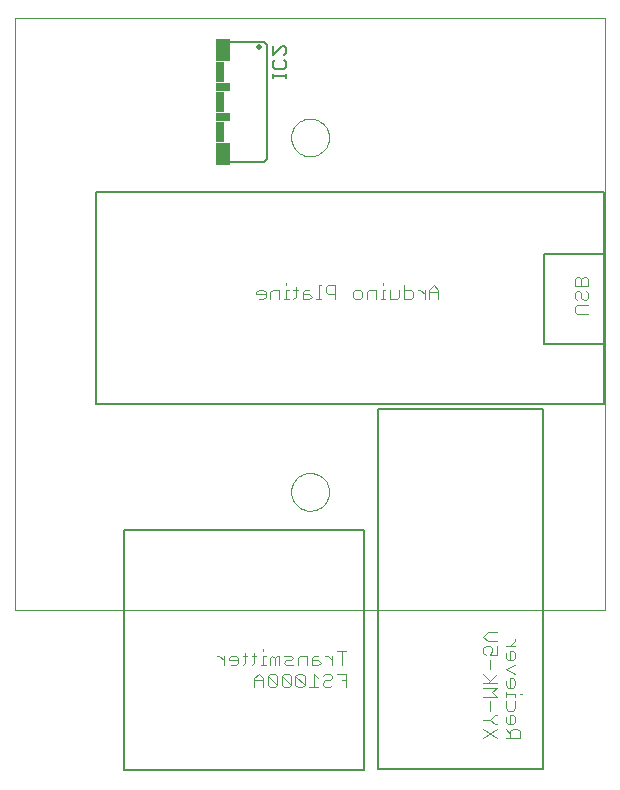
<source format=gbo>
G75*
%MOIN*%
%OFA0B0*%
%FSLAX24Y24*%
%IPPOS*%
%LPD*%
%AMOC8*
5,1,8,0,0,1.08239X$1,22.5*
%
%ADD10C,0.0000*%
%ADD11C,0.0050*%
%ADD12C,0.0040*%
%ADD13C,0.0060*%
%ADD14C,0.0200*%
%ADD15R,0.0500X0.0750*%
%ADD16R,0.0300X0.0700*%
%ADD17R,0.0500X0.0300*%
D10*
X000475Y005795D02*
X000475Y025516D01*
X020160Y025516D01*
X020160Y005795D01*
X000475Y005795D01*
X009688Y009732D02*
X009690Y009782D01*
X009696Y009832D01*
X009706Y009881D01*
X009720Y009929D01*
X009737Y009976D01*
X009758Y010021D01*
X009783Y010065D01*
X009811Y010106D01*
X009843Y010145D01*
X009877Y010182D01*
X009914Y010216D01*
X009954Y010246D01*
X009996Y010273D01*
X010040Y010297D01*
X010086Y010318D01*
X010133Y010334D01*
X010181Y010347D01*
X010231Y010356D01*
X010280Y010361D01*
X010331Y010362D01*
X010381Y010359D01*
X010430Y010352D01*
X010479Y010341D01*
X010527Y010326D01*
X010573Y010308D01*
X010618Y010286D01*
X010661Y010260D01*
X010702Y010231D01*
X010741Y010199D01*
X010777Y010164D01*
X010809Y010126D01*
X010839Y010086D01*
X010866Y010043D01*
X010889Y009999D01*
X010908Y009953D01*
X010924Y009905D01*
X010936Y009856D01*
X010944Y009807D01*
X010948Y009757D01*
X010948Y009707D01*
X010944Y009657D01*
X010936Y009608D01*
X010924Y009559D01*
X010908Y009511D01*
X010889Y009465D01*
X010866Y009421D01*
X010839Y009378D01*
X010809Y009338D01*
X010777Y009300D01*
X010741Y009265D01*
X010702Y009233D01*
X010661Y009204D01*
X010618Y009178D01*
X010573Y009156D01*
X010527Y009138D01*
X010479Y009123D01*
X010430Y009112D01*
X010381Y009105D01*
X010331Y009102D01*
X010280Y009103D01*
X010231Y009108D01*
X010181Y009117D01*
X010133Y009130D01*
X010086Y009146D01*
X010040Y009167D01*
X009996Y009191D01*
X009954Y009218D01*
X009914Y009248D01*
X009877Y009282D01*
X009843Y009319D01*
X009811Y009358D01*
X009783Y009399D01*
X009758Y009443D01*
X009737Y009488D01*
X009720Y009535D01*
X009706Y009583D01*
X009696Y009632D01*
X009690Y009682D01*
X009688Y009732D01*
X009688Y021543D02*
X009690Y021593D01*
X009696Y021643D01*
X009706Y021692D01*
X009720Y021740D01*
X009737Y021787D01*
X009758Y021832D01*
X009783Y021876D01*
X009811Y021917D01*
X009843Y021956D01*
X009877Y021993D01*
X009914Y022027D01*
X009954Y022057D01*
X009996Y022084D01*
X010040Y022108D01*
X010086Y022129D01*
X010133Y022145D01*
X010181Y022158D01*
X010231Y022167D01*
X010280Y022172D01*
X010331Y022173D01*
X010381Y022170D01*
X010430Y022163D01*
X010479Y022152D01*
X010527Y022137D01*
X010573Y022119D01*
X010618Y022097D01*
X010661Y022071D01*
X010702Y022042D01*
X010741Y022010D01*
X010777Y021975D01*
X010809Y021937D01*
X010839Y021897D01*
X010866Y021854D01*
X010889Y021810D01*
X010908Y021764D01*
X010924Y021716D01*
X010936Y021667D01*
X010944Y021618D01*
X010948Y021568D01*
X010948Y021518D01*
X010944Y021468D01*
X010936Y021419D01*
X010924Y021370D01*
X010908Y021322D01*
X010889Y021276D01*
X010866Y021232D01*
X010839Y021189D01*
X010809Y021149D01*
X010777Y021111D01*
X010741Y021076D01*
X010702Y021044D01*
X010661Y021015D01*
X010618Y020989D01*
X010573Y020967D01*
X010527Y020949D01*
X010479Y020934D01*
X010430Y020923D01*
X010381Y020916D01*
X010331Y020913D01*
X010280Y020914D01*
X010231Y020919D01*
X010181Y020928D01*
X010133Y020941D01*
X010086Y020957D01*
X010040Y020978D01*
X009996Y021002D01*
X009954Y021029D01*
X009914Y021059D01*
X009877Y021093D01*
X009843Y021130D01*
X009811Y021169D01*
X009783Y021210D01*
X009758Y021254D01*
X009737Y021299D01*
X009720Y021346D01*
X009706Y021394D01*
X009696Y021443D01*
X009690Y021493D01*
X009688Y021543D01*
D11*
X004129Y008445D02*
X004129Y000445D01*
X012129Y000445D01*
X012129Y008445D01*
X004129Y008445D01*
X003184Y012646D02*
X020113Y012646D01*
X020113Y014646D01*
X018113Y014646D01*
X018113Y017646D01*
X020113Y017646D01*
X020113Y019732D01*
X003184Y019732D01*
X003184Y012646D01*
X009073Y023522D02*
X009073Y023672D01*
X009073Y023597D02*
X009523Y023597D01*
X009523Y023522D02*
X009523Y023672D01*
X009448Y023829D02*
X009523Y023904D01*
X009523Y024054D01*
X009448Y024129D01*
X009448Y024289D02*
X009523Y024364D01*
X009523Y024514D01*
X009448Y024589D01*
X009373Y024589D01*
X009073Y024289D01*
X009073Y024589D01*
X009148Y024129D02*
X009073Y024054D01*
X009073Y023904D01*
X009148Y023829D01*
X009448Y023829D01*
X012570Y012500D02*
X018070Y012500D01*
X018070Y000500D01*
X012570Y000500D01*
X012570Y012500D01*
X020113Y014646D02*
X020113Y017646D01*
D12*
X019517Y016893D02*
X019440Y016893D01*
X019363Y016817D01*
X019363Y016586D01*
X019286Y016433D02*
X019210Y016433D01*
X019133Y016356D01*
X019133Y016203D01*
X019210Y016126D01*
X019210Y015973D02*
X019593Y015973D01*
X019517Y016126D02*
X019593Y016203D01*
X019593Y016356D01*
X019517Y016433D01*
X019593Y016586D02*
X019593Y016817D01*
X019517Y016893D01*
X019363Y016817D02*
X019286Y016893D01*
X019210Y016893D01*
X019133Y016817D01*
X019133Y016586D01*
X019593Y016586D01*
X019363Y016356D02*
X019286Y016433D01*
X019363Y016356D02*
X019363Y016203D01*
X019440Y016126D01*
X019517Y016126D01*
X019210Y015973D02*
X019133Y015896D01*
X019133Y015742D01*
X019210Y015666D01*
X019593Y015666D01*
X014593Y016166D02*
X014593Y016473D01*
X014440Y016626D01*
X014286Y016473D01*
X014286Y016166D01*
X014133Y016166D02*
X014133Y016473D01*
X014133Y016319D02*
X013979Y016473D01*
X013902Y016473D01*
X013749Y016396D02*
X013672Y016473D01*
X013442Y016473D01*
X013442Y016626D02*
X013442Y016166D01*
X013672Y016166D01*
X013749Y016242D01*
X013749Y016396D01*
X013289Y016473D02*
X013289Y016242D01*
X013212Y016166D01*
X012982Y016166D01*
X012982Y016473D01*
X012828Y016473D02*
X012751Y016473D01*
X012751Y016166D01*
X012675Y016166D02*
X012828Y016166D01*
X012751Y016626D02*
X012751Y016703D01*
X012521Y016473D02*
X012291Y016473D01*
X012214Y016396D01*
X012214Y016166D01*
X012061Y016242D02*
X011984Y016166D01*
X011831Y016166D01*
X011754Y016242D01*
X011754Y016396D01*
X011831Y016473D01*
X011984Y016473D01*
X012061Y016396D01*
X012061Y016242D01*
X012521Y016166D02*
X012521Y016473D01*
X011140Y016626D02*
X011140Y016166D01*
X011140Y016319D02*
X010910Y016319D01*
X010833Y016396D01*
X010833Y016549D01*
X010910Y016626D01*
X011140Y016626D01*
X010680Y016626D02*
X010603Y016626D01*
X010603Y016166D01*
X010680Y016166D02*
X010526Y016166D01*
X010373Y016242D02*
X010296Y016319D01*
X010066Y016319D01*
X010066Y016396D02*
X010066Y016166D01*
X010296Y016166D01*
X010373Y016242D01*
X010296Y016473D02*
X010143Y016473D01*
X010066Y016396D01*
X009912Y016473D02*
X009759Y016473D01*
X009836Y016549D02*
X009836Y016242D01*
X009759Y016166D01*
X009605Y016166D02*
X009452Y016166D01*
X009529Y016166D02*
X009529Y016473D01*
X009605Y016473D01*
X009529Y016626D02*
X009529Y016703D01*
X009298Y016473D02*
X009068Y016473D01*
X008992Y016396D01*
X008992Y016166D01*
X008838Y016242D02*
X008838Y016396D01*
X008761Y016473D01*
X008608Y016473D01*
X008531Y016396D01*
X008531Y016319D01*
X008838Y016319D01*
X008838Y016242D02*
X008761Y016166D01*
X008608Y016166D01*
X009298Y016166D02*
X009298Y016473D01*
X014286Y016396D02*
X014593Y016396D01*
X016243Y005050D02*
X016550Y005050D01*
X016550Y004743D02*
X016243Y004743D01*
X016090Y004896D01*
X016243Y005050D01*
X016166Y004589D02*
X016090Y004513D01*
X016090Y004359D01*
X016166Y004282D01*
X016320Y004282D02*
X016397Y004436D01*
X016397Y004513D01*
X016320Y004589D01*
X016166Y004589D01*
X016320Y004282D02*
X016550Y004282D01*
X016550Y004589D01*
X016840Y004589D02*
X017147Y004589D01*
X017147Y004743D02*
X017147Y004819D01*
X017147Y004743D02*
X016993Y004589D01*
X016993Y004436D02*
X016993Y004129D01*
X016916Y004129D02*
X017070Y004129D01*
X017147Y004206D01*
X017147Y004359D01*
X017070Y004436D01*
X016993Y004436D01*
X016840Y004359D02*
X016840Y004206D01*
X016916Y004129D01*
X017147Y003975D02*
X016840Y003822D01*
X017147Y003668D01*
X017070Y003515D02*
X016993Y003515D01*
X016993Y003208D01*
X016916Y003208D02*
X017070Y003208D01*
X017147Y003285D01*
X017147Y003438D01*
X017070Y003515D01*
X016840Y003438D02*
X016840Y003285D01*
X016916Y003208D01*
X016840Y003055D02*
X016840Y002901D01*
X016840Y002978D02*
X017147Y002978D01*
X017147Y002901D01*
X017147Y002748D02*
X017147Y002518D01*
X017070Y002441D01*
X016916Y002441D01*
X016840Y002518D01*
X016840Y002748D01*
X016550Y002901D02*
X016397Y003055D01*
X016550Y003208D01*
X016090Y003208D01*
X016090Y003362D02*
X016550Y003362D01*
X016320Y003438D02*
X016090Y003668D01*
X016320Y003822D02*
X016320Y004129D01*
X016550Y003668D02*
X016243Y003362D01*
X016090Y002901D02*
X016550Y002901D01*
X016320Y002748D02*
X016320Y002441D01*
X016473Y002287D02*
X016550Y002287D01*
X016473Y002287D02*
X016320Y002134D01*
X016090Y002134D01*
X016320Y002134D02*
X016473Y001980D01*
X016550Y001980D01*
X016550Y001827D02*
X016090Y001520D01*
X016090Y001827D02*
X016550Y001520D01*
X016840Y001520D02*
X017300Y001520D01*
X017300Y001750D01*
X017223Y001827D01*
X017070Y001827D01*
X016993Y001750D01*
X016993Y001520D01*
X016993Y001673D02*
X016840Y001827D01*
X016916Y001980D02*
X016840Y002057D01*
X016840Y002211D01*
X016993Y002287D02*
X016993Y001980D01*
X016916Y001980D02*
X017070Y001980D01*
X017147Y002057D01*
X017147Y002211D01*
X017070Y002287D01*
X016993Y002287D01*
X017300Y002978D02*
X017377Y002978D01*
X011520Y003215D02*
X011520Y003675D01*
X011213Y003675D01*
X011059Y003599D02*
X011059Y003522D01*
X010982Y003445D01*
X010829Y003445D01*
X010752Y003368D01*
X010752Y003292D01*
X010829Y003215D01*
X010982Y003215D01*
X011059Y003292D01*
X011059Y003599D02*
X010982Y003675D01*
X010829Y003675D01*
X010752Y003599D01*
X010599Y003522D02*
X010445Y003675D01*
X010445Y003215D01*
X010292Y003215D02*
X010599Y003215D01*
X010138Y003292D02*
X010138Y003599D01*
X010062Y003675D01*
X009908Y003675D01*
X009831Y003599D01*
X010138Y003292D01*
X010062Y003215D01*
X009908Y003215D01*
X009831Y003292D01*
X009831Y003599D01*
X009678Y003599D02*
X009601Y003675D01*
X009448Y003675D01*
X009371Y003599D01*
X009678Y003292D01*
X009601Y003215D01*
X009448Y003215D01*
X009371Y003292D01*
X009371Y003599D01*
X009218Y003599D02*
X009141Y003675D01*
X008987Y003675D01*
X008911Y003599D01*
X009218Y003292D01*
X009141Y003215D01*
X008987Y003215D01*
X008911Y003292D01*
X008911Y003599D01*
X008757Y003522D02*
X008604Y003675D01*
X008450Y003522D01*
X008450Y003215D01*
X008450Y003445D02*
X008757Y003445D01*
X008757Y003522D02*
X008757Y003215D01*
X009218Y003292D02*
X009218Y003599D01*
X009294Y003965D02*
X009294Y004272D01*
X009218Y004272D01*
X009141Y004195D01*
X009064Y004272D01*
X008987Y004195D01*
X008987Y003965D01*
X008834Y003965D02*
X008681Y003965D01*
X008757Y003965D02*
X008757Y004272D01*
X008834Y004272D01*
X008757Y004425D02*
X008757Y004502D01*
X008527Y004272D02*
X008374Y004272D01*
X008450Y004349D02*
X008450Y004042D01*
X008374Y003965D01*
X008143Y004042D02*
X008143Y004349D01*
X008220Y004272D02*
X008067Y004272D01*
X007913Y004195D02*
X007913Y004042D01*
X007836Y003965D01*
X007683Y003965D01*
X007606Y004118D02*
X007913Y004118D01*
X007913Y004195D02*
X007836Y004272D01*
X007683Y004272D01*
X007606Y004195D01*
X007606Y004118D01*
X007453Y004118D02*
X007299Y004272D01*
X007223Y004272D01*
X007453Y004272D02*
X007453Y003965D01*
X008067Y003965D02*
X008143Y004042D01*
X009141Y003965D02*
X009141Y004195D01*
X009448Y004272D02*
X009678Y004272D01*
X009755Y004195D01*
X009678Y004118D01*
X009525Y004118D01*
X009448Y004042D01*
X009525Y003965D01*
X009755Y003965D01*
X009908Y003965D02*
X009908Y004195D01*
X009985Y004272D01*
X010215Y004272D01*
X010215Y003965D01*
X010369Y003965D02*
X010369Y004195D01*
X010445Y004272D01*
X010599Y004272D01*
X010599Y004118D02*
X010369Y004118D01*
X010369Y003965D02*
X010599Y003965D01*
X010676Y004042D01*
X010599Y004118D01*
X010829Y004272D02*
X010906Y004272D01*
X011059Y004118D01*
X011059Y003965D02*
X011059Y004272D01*
X011213Y004425D02*
X011520Y004425D01*
X011366Y004425D02*
X011366Y003965D01*
X011366Y003445D02*
X011520Y003445D01*
X009678Y003292D02*
X009678Y003599D01*
D13*
X008768Y020724D02*
X007618Y020724D01*
X008768Y020724D02*
X008868Y020824D01*
X008868Y024624D01*
X008768Y024724D01*
X007618Y024724D01*
D14*
X008628Y024544D03*
D15*
X007418Y024449D03*
X007418Y020999D03*
D16*
X007318Y021724D03*
X007318Y022724D03*
X007318Y023724D03*
D17*
X007418Y023224D03*
X007418Y022224D03*
M02*

</source>
